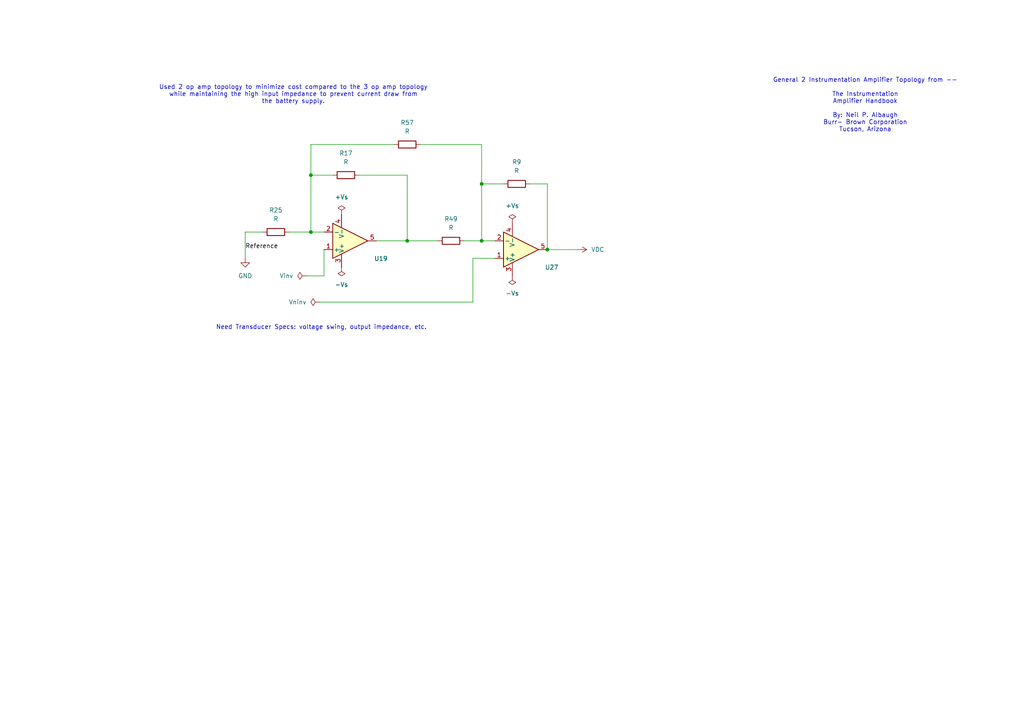
<source format=kicad_sch>
(kicad_sch (version 20250114) (generator "eeschema") (generator_version "9.0")
  (paper "A4")
  (lib_symbols
    (symbol "Device:R" (pin_numbers (hide yes)) (pin_names (offset 0))
      (property "Reference" "R" (at 2.032 0 90))
      (property "Value" "R" (at 0 0 90))
      (symbol "R_0_1"
        (rectangle (start -1.016 -2.54) (end 1.016 2.54) (stroke (width 0.254)))
      )
      (symbol "R_1_1"
        (pin passive line (at 0 3.81 270) (length 1.27) (name "~") (number "1"))
        (pin passive line (at 0 -3.81 90) (length 1.27) (name "~") (number "2"))
      )
    )
    (symbol "Simulation_SPICE:OPAMP" (pin_names (offset 0.254))
      (property "Reference" "U" (at 3.81 3.175 0))
      (property "Value" "${SIM.PARAMS}" (at 3.81 -3.175 0))
      (symbol "OPAMP_0_1"
        (polyline (pts (xy 5.08 0) (xy -5.08 5.08) (xy -5.08 -5.08) (xy 5.08 0)) (stroke (width 0.254)) (fill (type background)))
      )
      (symbol "OPAMP_1_1"
        (pin input line (at -7.62 2.54 0) (length 2.54) (name "+") (number "1"))
        (pin input line (at -7.62 -2.54 0) (length 2.54) (name "-") (number "2"))
        (pin power_in line (at -2.54 7.62 270) (length 3.81) (name "V+") (number "3"))
        (pin power_in line (at -2.54 -7.62 90) (length 3.81) (name "V-") (number "4"))
        (pin output line (at 7.62 0 180) (length 2.54) (name "~") (number "5"))
      )
    )
    (symbol "power:GND" (power) (pin_numbers (hide yes)) (pin_names (offset 0) (hide yes))
      (property "Value" "GND" (at 0 -3.81 0))
      (symbol "GND_0_1"
        (polyline (pts (xy 0 0) (xy 0 -1.27) (xy 1.27 -1.27) (xy 0 -2.54) (xy -1.27 -1.27) (xy 0 -1.27)))
      )
      (symbol "GND_1_1"
        (pin power_in line (at 0 0 270) (length 0) (name "~") (number "1"))
      )
    )
    (symbol "power:PWR_FLAG" (power) (pin_numbers (hide yes)) (pin_names (offset 0) (hide yes))
      (property "Value" "PWR_FLAG" (at 0 3.81 0))
      (symbol "PWR_FLAG_0_0"
        (pin power_out line (at 0 0 90) (length 0) (name "~") (number "1"))
      )
      (symbol "PWR_FLAG_0_1"
        (polyline (pts (xy 0 0) (xy 0 1.27) (xy -1.016 1.905) (xy 0 2.54) (xy 1.016 1.905) (xy 0 1.27)))
      )
    )
    (symbol "power:VDC" (power) (pin_numbers (hide yes)) (pin_names (offset 0) (hide yes))
      (property "Value" "VDC" (at 0 3.556 0))
      (symbol "VDC_0_1"
        (polyline (pts (xy -0.762 1.27) (xy 0 2.54)))
        (polyline (pts (xy 0 2.54) (xy 0.762 1.27)))
        (polyline (pts (xy 0 0) (xy 0 2.54)))
      )
      (symbol "VDC_1_1"
        (pin power_in line (at 0 0 90) (length 0) (name "~") (number "1"))
      )
    )
  )
  (text "Need Transducer Specs: voltage swing, output impedance, etc." (at 93.218 94.996 0) (effects (font (size 1.27 1.27))))
  (text "General 2 Instrumentation Amplifier Topology from --\n\nThe Instrumentation\nAmplifier Handbook\n\nBy: Neil P. Albaugh\nBurr- Brown Corporation\nTucson, Arizona" (at 250.952 30.48 0) (effects (font (size 1.27 1.27))))
  (text "Used 2 op amp topology to minimize cost compared to the 3 op amp topology\nwhile maintaining the high input impedance to prevent current draw from\nthe battery supply." (at 85.09 27.432 0) (effects (font (size 1.27 1.27))))
  (junction (at 158.75 72.39))
  (junction (at 90.17 50.8))
  (junction (at 139.7 69.85))
  (junction (at 139.7 53.34))
  (junction (at 90.17 67.31))
  (junction (at 118.11 69.85))
  (wire (pts (xy 92.71 87.63) (xy 137.16 87.63)))
  (wire (pts (xy 137.16 74.93) (xy 143.51 74.93)))
  (wire (pts (xy 96.52 50.8) (xy 90.17 50.8)))
  (wire (pts (xy 139.7 69.85) (xy 134.62 69.85)))
  (wire (pts (xy 71.12 67.31) (xy 76.2 67.31)))
  (wire (pts (xy 118.11 69.85) (xy 109.22 69.85)))
  (wire (pts (xy 90.17 50.8) (xy 90.17 41.91)))
  (wire (pts (xy 93.98 80.01) (xy 93.98 72.39)))
  (wire (pts (xy 104.14 50.8) (xy 118.11 50.8)))
  (wire (pts (xy 139.7 41.91) (xy 139.7 53.34)))
  (wire (pts (xy 90.17 50.8) (xy 90.17 67.31)))
  (wire (pts (xy 83.82 67.31) (xy 90.17 67.31)))
  (wire (pts (xy 139.7 69.85) (xy 143.51 69.85)))
  (wire (pts (xy 139.7 53.34) (xy 139.7 69.85)))
  (wire (pts (xy 137.16 87.63) (xy 137.16 74.93)))
  (wire (pts (xy 90.17 41.91) (xy 114.3 41.91)))
  (wire (pts (xy 121.92 41.91) (xy 139.7 41.91)))
  (wire (pts (xy 158.75 53.34) (xy 158.75 72.39)))
  (wire (pts (xy 88.9 80.01) (xy 93.98 80.01)))
  (wire (pts (xy 139.7 53.34) (xy 146.05 53.34)))
  (wire (pts (xy 71.12 67.31) (xy 71.12 74.93)))
  (wire (pts (xy 118.11 69.85) (xy 127 69.85)))
  (wire (pts (xy 118.11 50.8) (xy 118.11 69.85)))
  (wire (pts (xy 158.75 72.39) (xy 167.64 72.39)))
  (wire (pts (xy 153.67 53.34) (xy 158.75 53.34)))
  (wire (pts (xy 90.17 67.31) (xy 93.98 67.31)))
  (label "Reference" (at 71.12 72.39 0))
  (symbol (lib_id "power:PWR_FLAG") (at 99.06 77.47 180) (unit 1)
    (property "Reference" "#FLG025" (effects (hide yes)))
    (property "Value" "-Vs" (at 99.06 82.55 0))
    (property "Description" "Special symbol for telling ERC where power comes from" (effects (hide yes)))
    (instances (project "" (path "" (reference "#FLG032") (unit 1)) (path "" (reference "#FLG030") (unit 1)) (path "" (reference "#FLG029") (unit 1)) (path "" (reference "#FLG027") (unit 1)) (path "" (reference "#FLG028") (unit 1)) (path "" (reference "#FLG026") (unit 1)) (path "" (reference "#FLG025") (unit 1)) (path "" (reference "#FLG031") (unit 1))))
  )
  (symbol (lib_id "power:PWR_FLAG") (at 99.06 62.23 0) (unit 1)
    (property "Reference" "#FLG017" (effects (hide yes)))
    (property "Value" "+Vs" (at 99.06 57.15 0))
    (property "Description" "Special symbol for telling ERC where power comes from" (effects (hide yes)))
    (instances (project "" (path "" (reference "#FLG024") (unit 1)) (path "" (reference "#FLG022") (unit 1)) (path "" (reference "#FLG021") (unit 1)) (path "" (reference "#FLG019") (unit 1)) (path "" (reference "#FLG020") (unit 1)) (path "" (reference "#FLG018") (unit 1)) (path "" (reference "#FLG017") (unit 1)) (path "" (reference "#FLG023") (unit 1))))
  )
  (symbol (lib_id "Device:R") (at 100.33 50.8 90) (unit 1)
    (property "Reference" "R10" (at 100.33 44.45 90))
    (property "Value" "R" (at 100.33 46.99 90))
    (property "Footprint" "Resistor_SMD:R_0201_0603Metric_Pad0.64x0.40mm_HandSolder" (effects (hide yes)))
    (property "Description" "Resistor" (effects (hide yes)))
    (instances (project "" (path "" (reference "R17") (unit 1)) (path "" (reference "R15") (unit 1)) (path "" (reference "R14") (unit 1)) (path "" (reference "R12") (unit 1)) (path "" (reference "R13") (unit 1)) (path "" (reference "R11") (unit 1)) (path "" (reference "R10") (unit 1)) (path "" (reference "R16") (unit 1))))
  )
  (symbol (lib_id "power:PWR_FLAG") (at 148.59 64.77 0) (unit 1)
    (property "Reference" "#FLG033" (effects (hide yes)))
    (property "Value" "+Vs" (at 148.59 59.69 0))
    (property "Description" "Special symbol for telling ERC where power comes from" (effects (hide yes)))
    (instances (project "" (path "" (reference "#FLG040") (unit 1)) (path "" (reference "#FLG038") (unit 1)) (path "" (reference "#FLG037") (unit 1)) (path "" (reference "#FLG035") (unit 1)) (path "" (reference "#FLG036") (unit 1)) (path "" (reference "#FLG034") (unit 1)) (path "" (reference "#FLG033") (unit 1)) (path "" (reference "#FLG039") (unit 1))))
  )
  (symbol (lib_id "power:PWR_FLAG") (at 92.71 87.63 90) (unit 1)
    (property "Reference" "#FLG01" (effects (hide yes)))
    (property "Value" "Vninv" (at 88.9 87.6299 90) (effects (justify left)))
    (property "Description" "Special symbol for telling ERC where power comes from" (effects (hide yes)))
    (instances (project "" (path "" (reference "#FLG08") (unit 1)) (path "" (reference "#FLG06") (unit 1)) (path "" (reference "#FLG05") (unit 1)) (path "" (reference "#FLG03") (unit 1)) (path "" (reference "#FLG04") (unit 1)) (path "" (reference "#FLG02") (unit 1)) (path "" (reference "#FLG01") (unit 1)) (path "" (reference "#FLG07") (unit 1))))
  )
  (symbol (lib_id "power:PWR_FLAG") (at 148.59 80.01 180) (unit 1)
    (property "Reference" "#FLG041" (effects (hide yes)))
    (property "Value" "-Vs" (at 148.59 85.09 0))
    (property "Description" "Special symbol for telling ERC where power comes from" (effects (hide yes)))
    (instances (project "" (path "" (reference "#FLG048") (unit 1)) (path "" (reference "#FLG046") (unit 1)) (path "" (reference "#FLG045") (unit 1)) (path "" (reference "#FLG043") (unit 1)) (path "" (reference "#FLG044") (unit 1)) (path "" (reference "#FLG042") (unit 1)) (path "" (reference "#FLG041") (unit 1)) (path "" (reference "#FLG047") (unit 1))))
  )
  (symbol (lib_id "power:VDC") (at 167.64 72.39 270) (unit 1)
    (property "Reference" "#PWR010" (effects (hide yes)))
    (property "Value" "VDC" (at 171.45 72.3899 90) (effects (justify left)))
    (property "Description" "Power symbol creates a global label with name \"VDC\"" (effects (hide yes)))
    (instances (project "" (path "" (reference "#PWR017") (unit 1)) (path "" (reference "#PWR015") (unit 1)) (path "" (reference "#PWR014") (unit 1)) (path "" (reference "#PWR012") (unit 1)) (path "" (reference "#PWR013") (unit 1)) (path "" (reference "#PWR011") (unit 1)) (path "" (reference "#PWR010") (unit 1)) (path "" (reference "#PWR016") (unit 1))))
  )
  (symbol (lib_id "Device:R") (at 80.01 67.31 90) (unit 1)
    (property "Reference" "R18" (at 80.01 60.96 90))
    (property "Value" "R" (at 80.01 63.5 90))
    (property "Description" "Resistor" (effects (hide yes)))
    (instances (project "" (path "" (reference "R25") (unit 1)) (path "" (reference "R23") (unit 1)) (path "" (reference "R22") (unit 1)) (path "" (reference "R20") (unit 1)) (path "" (reference "R21") (unit 1)) (path "" (reference "R19") (unit 1)) (path "" (reference "R18") (unit 1)) (path "" (reference "R24") (unit 1))))
  )
  (symbol (lib_id "Device:R") (at 149.86 53.34 270) (unit 1)
    (property "Reference" "R2" (at 149.86 46.99 90))
    (property "Value" "R" (at 149.86 49.53 90))
    (property "Footprint" "Resistor_SMD:R_0201_0603Metric_Pad0.64x0.40mm_HandSolder" (effects (hide yes)))
    (property "Description" "Resistor" (effects (hide yes)))
    (instances (project "" (path "" (reference "R9") (unit 1)) (path "" (reference "R7") (unit 1)) (path "" (reference "R6") (unit 1)) (path "" (reference "R4") (unit 1)) (path "" (reference "R5") (unit 1)) (path "" (reference "R3") (unit 1)) (path "" (reference "R2") (unit 1)) (path "" (reference "R8") (unit 1))))
  )
  (symbol (lib_id "Simulation_SPICE:OPAMP") (at 151.13 72.39 0) (mirror x) (unit 1)
    (property "Reference" "U20" (at 160.02 77.5402 0))
    (property "Value" "${SIM.PARAMS}" (at 160.02 75.6351 0))
    (property "Datasheet" "https://ngspice.sourceforge.io/docs/ngspice-html-manual/manual.xhtml#sec__SUBCKT_Subcircuits" (effects (hide yes)))
    (property "Description" "Operational amplifier, single" (effects (hide yes)))
    (property "Sim.Pins" "1=in+ 2=in- 3=vcc 4=vee 5=out" (effects (hide yes)))
    (property "Sim.Device" "SUBCKT" (effects (hide yes)))
    (property "Sim.Library" "${KICAD9_SYMBOL_DIR}/Simulation_SPICE.sp" (effects (hide yes)))
    (property "Sim.Name" "kicad_builtin_opamp" (effects (hide yes)))
    (instances (project "" (path "" (reference "U27") (unit 1)) (path "" (reference "U25") (unit 1)) (path "" (reference "U24") (unit 1)) (path "" (reference "U22") (unit 1)) (path "" (reference "U23") (unit 1)) (path "" (reference "U21") (unit 1)) (path "" (reference "U20") (unit 1)) (path "" (reference "U26") (unit 1))))
  )
  (symbol (lib_id "Device:R") (at 130.81 69.85 90) (unit 1)
    (property "Reference" "R42" (at 130.81 63.5 90))
    (property "Value" "R" (at 130.81 66.04 90))
    (property "Description" "Resistor" (effects (hide yes)))
    (instances (project "" (path "" (reference "R49") (unit 1)) (path "" (reference "R47") (unit 1)) (path "" (reference "R46") (unit 1)) (path "" (reference "R44") (unit 1)) (path "" (reference "R45") (unit 1)) (path "" (reference "R43") (unit 1)) (path "" (reference "R42") (unit 1)) (path "" (reference "R48") (unit 1))))
  )
  (symbol (lib_id "power:GND") (at 71.12 74.93 0) (unit 1)
    (property "Reference" "#PWR02" (effects (hide yes)))
    (property "Value" "GND" (at 71.12 80.01 0))
    (property "Description" "Power symbol creates a global label with name \"GND\" , ground" (effects (hide yes)))
    (instances (project "" (path "" (reference "#PWR09") (unit 1)) (path "" (reference "#PWR07") (unit 1)) (path "" (reference "#PWR06") (unit 1)) (path "" (reference "#PWR04") (unit 1)) (path "" (reference "#PWR05") (unit 1)) (path "" (reference "#PWR03") (unit 1)) (path "" (reference "#PWR02") (unit 1)) (path "" (reference "#PWR08") (unit 1))))
  )
  (symbol (lib_id "Device:R") (at 118.11 41.91 90) (unit 1)
    (property "Reference" "R50" (at 118.11 35.56 90))
    (property "Value" "R" (at 118.11 38.1 90))
    (property "Description" "Resistor" (effects (hide yes)))
    (instances (project "" (path "" (reference "R57") (unit 1)) (path "" (reference "R55") (unit 1)) (path "" (reference "R54") (unit 1)) (path "" (reference "R52") (unit 1)) (path "" (reference "R53") (unit 1)) (path "" (reference "R51") (unit 1)) (path "" (reference "R50") (unit 1)) (path "" (reference "R56") (unit 1))))
  )
  (symbol (lib_id "Simulation_SPICE:OPAMP") (at 101.6 69.85 0) (mirror x) (unit 1)
    (property "Reference" "U12" (at 110.49 75.0002 0))
    (property "Value" "${SIM.PARAMS}" (at 110.49 73.0951 0))
    (property "Datasheet" "https://ngspice.sourceforge.io/docs/ngspice-html-manual/manual.xhtml#sec__SUBCKT_Subcircuits" (effects (hide yes)))
    (property "Description" "Operational amplifier, single" (effects (hide yes)))
    (property "Sim.Pins" "1=in+ 2=in- 3=vcc 4=vee 5=out" (effects (hide yes)))
    (property "Sim.Device" "SUBCKT" (effects (hide yes)))
    (property "Sim.Library" "${KICAD9_SYMBOL_DIR}/Simulation_SPICE.sp" (effects (hide yes)))
    (property "Sim.Name" "kicad_builtin_opamp" (effects (hide yes)))
    (instances (project "" (path "" (reference "U19") (unit 1)) (path "" (reference "U17") (unit 1)) (path "" (reference "U16") (unit 1)) (path "" (reference "U14") (unit 1)) (path "" (reference "U15") (unit 1)) (path "" (reference "U13") (unit 1)) (path "" (reference "U12") (unit 1)) (path "" (reference "U18") (unit 1))))
  )
  (symbol (lib_id "power:PWR_FLAG") (at 88.9 80.01 90) (unit 1)
    (property "Reference" "#FLG09" (effects (hide yes)))
    (property "Value" "Vinv" (at 85.09 80.0099 90) (effects (justify left)))
    (property "Description" "Special symbol for telling ERC where power comes from" (effects (hide yes)))
    (instances (project "" (path "" (reference "#FLG016") (unit 1)) (path "" (reference "#FLG014") (unit 1)) (path "" (reference "#FLG013") (unit 1)) (path "" (reference "#FLG011") (unit 1)) (path "" (reference "#FLG012") (unit 1)) (path "" (reference "#FLG010") (unit 1)) (path "" (reference "#FLG09") (unit 1)) (path "" (reference "#FLG015") (unit 1))))
  )
)
</source>
